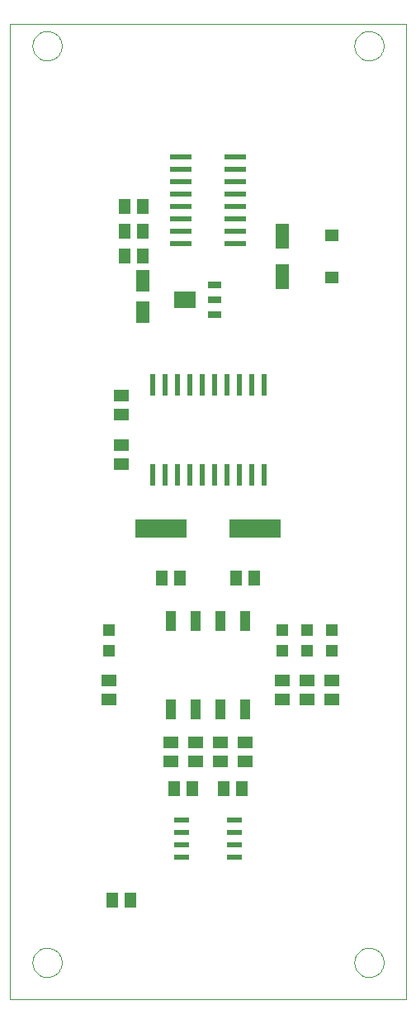
<source format=gtp>
G75*
G70*
%OFA0B0*%
%FSLAX24Y24*%
%IPPOS*%
%LPD*%
%AMOC8*
5,1,8,0,0,1.08239X$1,22.5*
%
%ADD10C,0.0000*%
%ADD11R,0.0236X0.0866*%
%ADD12R,0.0591X0.0512*%
%ADD13R,0.2100X0.0760*%
%ADD14R,0.0512X0.0591*%
%ADD15R,0.0591X0.0236*%
%ADD16R,0.0430X0.0790*%
%ADD17R,0.0579X0.0500*%
%ADD18R,0.0551X0.0866*%
%ADD19R,0.0551X0.1024*%
%ADD20R,0.0866X0.0236*%
%ADD21R,0.0551X0.0315*%
%ADD22R,0.0866X0.0709*%
%ADD23R,0.0472X0.0472*%
D10*
X000156Y000655D02*
X000156Y040025D01*
X016156Y040025D01*
X016156Y000655D01*
X000156Y000655D01*
X001065Y002155D02*
X001067Y002203D01*
X001073Y002251D01*
X001083Y002298D01*
X001096Y002344D01*
X001114Y002389D01*
X001134Y002433D01*
X001159Y002475D01*
X001187Y002514D01*
X001217Y002551D01*
X001251Y002585D01*
X001288Y002617D01*
X001326Y002646D01*
X001367Y002671D01*
X001410Y002693D01*
X001455Y002711D01*
X001501Y002725D01*
X001548Y002736D01*
X001596Y002743D01*
X001644Y002746D01*
X001692Y002745D01*
X001740Y002740D01*
X001788Y002731D01*
X001834Y002719D01*
X001879Y002702D01*
X001923Y002682D01*
X001965Y002659D01*
X002005Y002632D01*
X002043Y002602D01*
X002078Y002569D01*
X002110Y002533D01*
X002140Y002495D01*
X002166Y002454D01*
X002188Y002411D01*
X002208Y002367D01*
X002223Y002322D01*
X002235Y002275D01*
X002243Y002227D01*
X002247Y002179D01*
X002247Y002131D01*
X002243Y002083D01*
X002235Y002035D01*
X002223Y001988D01*
X002208Y001943D01*
X002188Y001899D01*
X002166Y001856D01*
X002140Y001815D01*
X002110Y001777D01*
X002078Y001741D01*
X002043Y001708D01*
X002005Y001678D01*
X001965Y001651D01*
X001923Y001628D01*
X001879Y001608D01*
X001834Y001591D01*
X001788Y001579D01*
X001740Y001570D01*
X001692Y001565D01*
X001644Y001564D01*
X001596Y001567D01*
X001548Y001574D01*
X001501Y001585D01*
X001455Y001599D01*
X001410Y001617D01*
X001367Y001639D01*
X001326Y001664D01*
X001288Y001693D01*
X001251Y001725D01*
X001217Y001759D01*
X001187Y001796D01*
X001159Y001835D01*
X001134Y001877D01*
X001114Y001921D01*
X001096Y001966D01*
X001083Y002012D01*
X001073Y002059D01*
X001067Y002107D01*
X001065Y002155D01*
X014065Y002155D02*
X014067Y002203D01*
X014073Y002251D01*
X014083Y002298D01*
X014096Y002344D01*
X014114Y002389D01*
X014134Y002433D01*
X014159Y002475D01*
X014187Y002514D01*
X014217Y002551D01*
X014251Y002585D01*
X014288Y002617D01*
X014326Y002646D01*
X014367Y002671D01*
X014410Y002693D01*
X014455Y002711D01*
X014501Y002725D01*
X014548Y002736D01*
X014596Y002743D01*
X014644Y002746D01*
X014692Y002745D01*
X014740Y002740D01*
X014788Y002731D01*
X014834Y002719D01*
X014879Y002702D01*
X014923Y002682D01*
X014965Y002659D01*
X015005Y002632D01*
X015043Y002602D01*
X015078Y002569D01*
X015110Y002533D01*
X015140Y002495D01*
X015166Y002454D01*
X015188Y002411D01*
X015208Y002367D01*
X015223Y002322D01*
X015235Y002275D01*
X015243Y002227D01*
X015247Y002179D01*
X015247Y002131D01*
X015243Y002083D01*
X015235Y002035D01*
X015223Y001988D01*
X015208Y001943D01*
X015188Y001899D01*
X015166Y001856D01*
X015140Y001815D01*
X015110Y001777D01*
X015078Y001741D01*
X015043Y001708D01*
X015005Y001678D01*
X014965Y001651D01*
X014923Y001628D01*
X014879Y001608D01*
X014834Y001591D01*
X014788Y001579D01*
X014740Y001570D01*
X014692Y001565D01*
X014644Y001564D01*
X014596Y001567D01*
X014548Y001574D01*
X014501Y001585D01*
X014455Y001599D01*
X014410Y001617D01*
X014367Y001639D01*
X014326Y001664D01*
X014288Y001693D01*
X014251Y001725D01*
X014217Y001759D01*
X014187Y001796D01*
X014159Y001835D01*
X014134Y001877D01*
X014114Y001921D01*
X014096Y001966D01*
X014083Y002012D01*
X014073Y002059D01*
X014067Y002107D01*
X014065Y002155D01*
X014065Y039155D02*
X014067Y039203D01*
X014073Y039251D01*
X014083Y039298D01*
X014096Y039344D01*
X014114Y039389D01*
X014134Y039433D01*
X014159Y039475D01*
X014187Y039514D01*
X014217Y039551D01*
X014251Y039585D01*
X014288Y039617D01*
X014326Y039646D01*
X014367Y039671D01*
X014410Y039693D01*
X014455Y039711D01*
X014501Y039725D01*
X014548Y039736D01*
X014596Y039743D01*
X014644Y039746D01*
X014692Y039745D01*
X014740Y039740D01*
X014788Y039731D01*
X014834Y039719D01*
X014879Y039702D01*
X014923Y039682D01*
X014965Y039659D01*
X015005Y039632D01*
X015043Y039602D01*
X015078Y039569D01*
X015110Y039533D01*
X015140Y039495D01*
X015166Y039454D01*
X015188Y039411D01*
X015208Y039367D01*
X015223Y039322D01*
X015235Y039275D01*
X015243Y039227D01*
X015247Y039179D01*
X015247Y039131D01*
X015243Y039083D01*
X015235Y039035D01*
X015223Y038988D01*
X015208Y038943D01*
X015188Y038899D01*
X015166Y038856D01*
X015140Y038815D01*
X015110Y038777D01*
X015078Y038741D01*
X015043Y038708D01*
X015005Y038678D01*
X014965Y038651D01*
X014923Y038628D01*
X014879Y038608D01*
X014834Y038591D01*
X014788Y038579D01*
X014740Y038570D01*
X014692Y038565D01*
X014644Y038564D01*
X014596Y038567D01*
X014548Y038574D01*
X014501Y038585D01*
X014455Y038599D01*
X014410Y038617D01*
X014367Y038639D01*
X014326Y038664D01*
X014288Y038693D01*
X014251Y038725D01*
X014217Y038759D01*
X014187Y038796D01*
X014159Y038835D01*
X014134Y038877D01*
X014114Y038921D01*
X014096Y038966D01*
X014083Y039012D01*
X014073Y039059D01*
X014067Y039107D01*
X014065Y039155D01*
X001065Y039155D02*
X001067Y039203D01*
X001073Y039251D01*
X001083Y039298D01*
X001096Y039344D01*
X001114Y039389D01*
X001134Y039433D01*
X001159Y039475D01*
X001187Y039514D01*
X001217Y039551D01*
X001251Y039585D01*
X001288Y039617D01*
X001326Y039646D01*
X001367Y039671D01*
X001410Y039693D01*
X001455Y039711D01*
X001501Y039725D01*
X001548Y039736D01*
X001596Y039743D01*
X001644Y039746D01*
X001692Y039745D01*
X001740Y039740D01*
X001788Y039731D01*
X001834Y039719D01*
X001879Y039702D01*
X001923Y039682D01*
X001965Y039659D01*
X002005Y039632D01*
X002043Y039602D01*
X002078Y039569D01*
X002110Y039533D01*
X002140Y039495D01*
X002166Y039454D01*
X002188Y039411D01*
X002208Y039367D01*
X002223Y039322D01*
X002235Y039275D01*
X002243Y039227D01*
X002247Y039179D01*
X002247Y039131D01*
X002243Y039083D01*
X002235Y039035D01*
X002223Y038988D01*
X002208Y038943D01*
X002188Y038899D01*
X002166Y038856D01*
X002140Y038815D01*
X002110Y038777D01*
X002078Y038741D01*
X002043Y038708D01*
X002005Y038678D01*
X001965Y038651D01*
X001923Y038628D01*
X001879Y038608D01*
X001834Y038591D01*
X001788Y038579D01*
X001740Y038570D01*
X001692Y038565D01*
X001644Y038564D01*
X001596Y038567D01*
X001548Y038574D01*
X001501Y038585D01*
X001455Y038599D01*
X001410Y038617D01*
X001367Y038639D01*
X001326Y038664D01*
X001288Y038693D01*
X001251Y038725D01*
X001217Y038759D01*
X001187Y038796D01*
X001159Y038835D01*
X001134Y038877D01*
X001114Y038921D01*
X001096Y038966D01*
X001083Y039012D01*
X001073Y039059D01*
X001067Y039107D01*
X001065Y039155D01*
D11*
X005906Y025466D03*
X006406Y025466D03*
X006906Y025466D03*
X007406Y025466D03*
X007906Y025466D03*
X008406Y025466D03*
X008906Y025466D03*
X009406Y025466D03*
X009906Y025466D03*
X010406Y025466D03*
X010406Y021844D03*
X009906Y021844D03*
X009406Y021844D03*
X008906Y021844D03*
X008406Y021844D03*
X007906Y021844D03*
X007406Y021844D03*
X006906Y021844D03*
X006406Y021844D03*
X005906Y021844D03*
D12*
X004656Y022281D03*
X004656Y023029D03*
X004656Y024281D03*
X004656Y025029D03*
X004156Y013529D03*
X004156Y012781D03*
X006656Y011029D03*
X006656Y010281D03*
X007656Y010281D03*
X007656Y011029D03*
X008656Y011029D03*
X008656Y010281D03*
X009656Y010281D03*
X009656Y011029D03*
X011156Y012781D03*
X011156Y013529D03*
X012156Y013529D03*
X012156Y012781D03*
X013156Y012781D03*
X013156Y013529D03*
D13*
X010056Y019655D03*
X006256Y019655D03*
D14*
X006282Y017655D03*
X007030Y017655D03*
X009282Y017655D03*
X010030Y017655D03*
X009530Y009155D03*
X008782Y009155D03*
X007530Y009155D03*
X006782Y009155D03*
X005030Y004655D03*
X004282Y004655D03*
X004782Y030655D03*
X004782Y031655D03*
X004782Y032655D03*
X005530Y032655D03*
X005530Y031655D03*
X005530Y030655D03*
D15*
X007073Y007905D03*
X007073Y007405D03*
X007073Y006905D03*
X007073Y006405D03*
X009238Y006405D03*
X009238Y006905D03*
X009238Y007405D03*
X009238Y007905D03*
D16*
X009656Y012385D03*
X008656Y012385D03*
X007656Y012385D03*
X006656Y012385D03*
X006656Y015925D03*
X007656Y015925D03*
X008656Y015925D03*
X009656Y015925D03*
D17*
X013156Y029809D03*
X013156Y031502D03*
D18*
X005531Y029660D03*
X005531Y028400D03*
D19*
X011156Y029848D03*
X011156Y031462D03*
D20*
X009258Y031655D03*
X009258Y031155D03*
X009258Y032155D03*
X009258Y032655D03*
X009258Y033155D03*
X009258Y033655D03*
X009258Y034155D03*
X009258Y034655D03*
X007053Y034655D03*
X007053Y034155D03*
X007053Y033655D03*
X007053Y033155D03*
X007053Y032655D03*
X007053Y032155D03*
X007053Y031655D03*
X007053Y031155D03*
D21*
X008435Y029496D03*
X008435Y028905D03*
X008435Y028315D03*
D22*
X007223Y028905D03*
D23*
X004156Y015569D03*
X004156Y014742D03*
X011156Y014742D03*
X011156Y015569D03*
X012156Y015569D03*
X012156Y014742D03*
X013156Y014742D03*
X013156Y015569D03*
M02*

</source>
